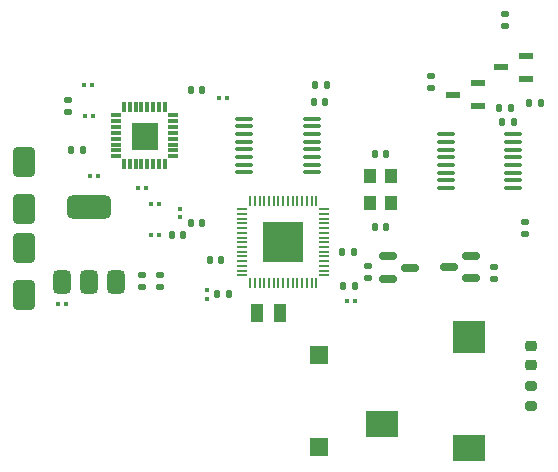
<source format=gbr>
%TF.GenerationSoftware,KiCad,Pcbnew,9.0.7*%
%TF.CreationDate,2026-01-18T11:35:40-05:00*%
%TF.ProjectId,digirig_icom,64696769-7269-4675-9f69-636f6d2e6b69,rev?*%
%TF.SameCoordinates,Original*%
%TF.FileFunction,Paste,Top*%
%TF.FilePolarity,Positive*%
%FSLAX46Y46*%
G04 Gerber Fmt 4.6, Leading zero omitted, Abs format (unit mm)*
G04 Created by KiCad (PCBNEW 9.0.7) date 2026-01-18 11:35:40*
%MOMM*%
%LPD*%
G01*
G04 APERTURE LIST*
G04 Aperture macros list*
%AMRoundRect*
0 Rectangle with rounded corners*
0 $1 Rounding radius*
0 $2 $3 $4 $5 $6 $7 $8 $9 X,Y pos of 4 corners*
0 Add a 4 corners polygon primitive as box body*
4,1,4,$2,$3,$4,$5,$6,$7,$8,$9,$2,$3,0*
0 Add four circle primitives for the rounded corners*
1,1,$1+$1,$2,$3*
1,1,$1+$1,$4,$5*
1,1,$1+$1,$6,$7*
1,1,$1+$1,$8,$9*
0 Add four rect primitives between the rounded corners*
20,1,$1+$1,$2,$3,$4,$5,0*
20,1,$1+$1,$4,$5,$6,$7,0*
20,1,$1+$1,$6,$7,$8,$9,0*
20,1,$1+$1,$8,$9,$2,$3,0*%
G04 Aperture macros list end*
%ADD10C,0.010000*%
%ADD11RoundRect,0.079500X-0.079500X-0.100500X0.079500X-0.100500X0.079500X0.100500X-0.079500X0.100500X0*%
%ADD12RoundRect,0.140000X-0.140000X-0.170000X0.140000X-0.170000X0.140000X0.170000X-0.140000X0.170000X0*%
%ADD13RoundRect,0.100000X-0.637500X-0.100000X0.637500X-0.100000X0.637500X0.100000X-0.637500X0.100000X0*%
%ADD14RoundRect,0.079500X0.100500X-0.079500X0.100500X0.079500X-0.100500X0.079500X-0.100500X-0.079500X0*%
%ADD15RoundRect,0.140000X0.140000X0.170000X-0.140000X0.170000X-0.140000X-0.170000X0.140000X-0.170000X0*%
%ADD16RoundRect,0.135000X-0.185000X0.135000X-0.185000X-0.135000X0.185000X-0.135000X0.185000X0.135000X0*%
%ADD17RoundRect,0.135000X0.185000X-0.135000X0.185000X0.135000X-0.185000X0.135000X-0.185000X-0.135000X0*%
%ADD18RoundRect,0.135000X0.135000X0.185000X-0.135000X0.185000X-0.135000X-0.185000X0.135000X-0.185000X0*%
%ADD19R,2.800000X2.200000*%
%ADD20R,2.800000X2.800000*%
%ADD21RoundRect,0.250000X-0.650000X1.000000X-0.650000X-1.000000X0.650000X-1.000000X0.650000X1.000000X0*%
%ADD22RoundRect,0.200000X0.275000X-0.200000X0.275000X0.200000X-0.275000X0.200000X-0.275000X-0.200000X0*%
%ADD23RoundRect,0.079500X0.079500X0.100500X-0.079500X0.100500X-0.079500X-0.100500X0.079500X-0.100500X0*%
%ADD24RoundRect,0.375000X0.375000X-0.625000X0.375000X0.625000X-0.375000X0.625000X-0.375000X-0.625000X0*%
%ADD25RoundRect,0.500000X1.400000X-0.500000X1.400000X0.500000X-1.400000X0.500000X-1.400000X-0.500000X0*%
%ADD26R,0.850000X0.200000*%
%ADD27R,0.200000X0.850000*%
%ADD28R,3.450000X3.450000*%
%ADD29RoundRect,0.150000X0.587500X0.150000X-0.587500X0.150000X-0.587500X-0.150000X0.587500X-0.150000X0*%
%ADD30R,1.500000X1.500000*%
%ADD31RoundRect,0.135000X-0.135000X-0.185000X0.135000X-0.185000X0.135000X0.185000X-0.135000X0.185000X0*%
%ADD32RoundRect,0.250000X0.650000X-1.000000X0.650000X1.000000X-0.650000X1.000000X-0.650000X-1.000000X0*%
%ADD33RoundRect,0.033750X0.386250X0.101250X-0.386250X0.101250X-0.386250X-0.101250X0.386250X-0.101250X0*%
%ADD34RoundRect,0.033750X0.101250X0.386250X-0.101250X0.386250X-0.101250X-0.386250X0.101250X-0.386250X0*%
%ADD35R,1.050000X1.300000*%
%ADD36R,1.000000X1.600000*%
%ADD37R,1.300000X0.600000*%
%ADD38RoundRect,0.150000X-0.587500X-0.150000X0.587500X-0.150000X0.587500X0.150000X-0.587500X0.150000X0*%
%ADD39RoundRect,0.218750X0.256250X-0.218750X0.256250X0.218750X-0.256250X0.218750X-0.256250X-0.218750X0*%
G04 APERTURE END LIST*
D10*
%TO.C,U1*%
X26290000Y-38265000D02*
X24110000Y-38265000D01*
X24110000Y-36085000D01*
X26290000Y-36085000D01*
X26290000Y-38265000D01*
G36*
X26290000Y-38265000D02*
G01*
X24110000Y-38265000D01*
X24110000Y-36085000D01*
X26290000Y-36085000D01*
X26290000Y-38265000D01*
G37*
%TD*%
D11*
%TO.C,C19*%
X17855000Y-51400000D03*
X18545000Y-51400000D03*
%TD*%
%TO.C,C14*%
X24655000Y-41600000D03*
X25345000Y-41600000D03*
%TD*%
D12*
%TO.C,C9*%
X39540000Y-34300000D03*
X40500000Y-34300000D03*
%TD*%
D13*
%TO.C,U3*%
X33637500Y-35725000D03*
X33637500Y-36375000D03*
X33637500Y-37025000D03*
X33637500Y-37675000D03*
X33637500Y-38325000D03*
X33637500Y-38975000D03*
X33637500Y-39625000D03*
X33637500Y-40275000D03*
X39362500Y-40275000D03*
X39362500Y-39625000D03*
X39362500Y-38975000D03*
X39362500Y-38325000D03*
X39362500Y-37675000D03*
X39362500Y-37025000D03*
X39362500Y-36375000D03*
X39362500Y-35725000D03*
%TD*%
D14*
%TO.C,C2*%
X28200000Y-44100000D03*
X28200000Y-43410000D03*
%TD*%
D15*
%TO.C,C6*%
X28500000Y-45600000D03*
X27540000Y-45600000D03*
%TD*%
D11*
%TO.C,C1*%
X42355000Y-51200000D03*
X43045000Y-51200000D03*
%TD*%
D16*
%TO.C,R9*%
X18700000Y-34190000D03*
X18700000Y-35210000D03*
%TD*%
D17*
%TO.C,R14*%
X54800000Y-49320000D03*
X54800000Y-48300000D03*
%TD*%
%TO.C,R6*%
X44100000Y-49220000D03*
X44100000Y-48200000D03*
%TD*%
D18*
%TO.C,R10*%
X20020000Y-38400000D03*
X19000000Y-38400000D03*
%TD*%
D19*
%TO.C,CON2*%
X52700000Y-63600000D03*
D20*
X52700000Y-54200000D03*
D19*
X45300000Y-61600000D03*
%TD*%
D11*
%TO.C,C16*%
X31510000Y-34000000D03*
X32200000Y-34000000D03*
%TD*%
D13*
%TO.C,U2*%
X50700000Y-37050000D03*
X50700000Y-37700000D03*
X50700000Y-38350000D03*
X50700000Y-39000000D03*
X50700000Y-39650000D03*
X50700000Y-40300000D03*
X50700000Y-40950000D03*
X50700000Y-41600000D03*
X56425000Y-41600000D03*
X56425000Y-40950000D03*
X56425000Y-40300000D03*
X56425000Y-39650000D03*
X56425000Y-39000000D03*
X56425000Y-38350000D03*
X56425000Y-37700000D03*
X56425000Y-37050000D03*
%TD*%
D21*
%TO.C,D1*%
X15000000Y-46700000D03*
X15000000Y-50700000D03*
%TD*%
D22*
%TO.C,R15*%
X57900000Y-60025000D03*
X57900000Y-58375000D03*
%TD*%
D15*
%TO.C,C11*%
X56460000Y-36000000D03*
X55500000Y-36000000D03*
%TD*%
D17*
%TO.C,R2*%
X55700000Y-27910000D03*
X55700000Y-26890000D03*
%TD*%
D23*
%TO.C,C13*%
X21265000Y-40600000D03*
X20575000Y-40600000D03*
%TD*%
D24*
%TO.C,U4*%
X18200000Y-49550000D03*
X20500000Y-49550000D03*
D25*
X20500000Y-43250000D03*
D24*
X22800000Y-49550000D03*
%TD*%
D15*
%TO.C,C4*%
X30080000Y-44600000D03*
X29120000Y-44600000D03*
%TD*%
D26*
%TO.C,IC1*%
X40400000Y-49000000D03*
X40400000Y-48600000D03*
X40400000Y-48200000D03*
X40400000Y-47800000D03*
X40400000Y-47400000D03*
X40400000Y-47000000D03*
X40400000Y-46600000D03*
X40400000Y-46200000D03*
X40400000Y-45800000D03*
X40400000Y-45400000D03*
X40400000Y-45000000D03*
X40400000Y-44600000D03*
X40400000Y-44200000D03*
X40400000Y-43800000D03*
X40400000Y-43400000D03*
D27*
X39750000Y-42750000D03*
X39350000Y-42750000D03*
X38950000Y-42750000D03*
X38550000Y-42750000D03*
X38150000Y-42750000D03*
X37750000Y-42750000D03*
X37350000Y-42750000D03*
X36950000Y-42750000D03*
X36550000Y-42750000D03*
X36150000Y-42750000D03*
X35750000Y-42750000D03*
X35350000Y-42750000D03*
X34950000Y-42750000D03*
X34550000Y-42750000D03*
X34150000Y-42750000D03*
D26*
X33500000Y-43400000D03*
X33500000Y-43800000D03*
X33500000Y-44200000D03*
X33500000Y-44600000D03*
X33500000Y-45000000D03*
X33500000Y-45400000D03*
X33500000Y-45800000D03*
X33500000Y-46200000D03*
X33500000Y-46600000D03*
X33500000Y-47000000D03*
X33500000Y-47400000D03*
X33500000Y-47800000D03*
X33500000Y-48200000D03*
X33500000Y-48600000D03*
X33500000Y-49000000D03*
D27*
X34150000Y-49650000D03*
X34550000Y-49650000D03*
X34950000Y-49650000D03*
X35350000Y-49650000D03*
X35750000Y-49650000D03*
X36150000Y-49650000D03*
X36550000Y-49650000D03*
X36950000Y-49650000D03*
X37350000Y-49650000D03*
X37750000Y-49650000D03*
X38150000Y-49650000D03*
X38550000Y-49650000D03*
X38950000Y-49650000D03*
X39350000Y-49650000D03*
X39750000Y-49650000D03*
D28*
X36950000Y-46200000D03*
%TD*%
D18*
%TO.C,R13*%
X42910000Y-47000000D03*
X41890000Y-47000000D03*
%TD*%
D29*
%TO.C,Q3*%
X52837500Y-49250000D03*
X52837500Y-47350000D03*
X50962500Y-48300000D03*
%TD*%
D16*
%TO.C,R5*%
X57400000Y-44500000D03*
X57400000Y-45520000D03*
%TD*%
D30*
%TO.C,SW1*%
X40000000Y-55750000D03*
X40000000Y-63550000D03*
%TD*%
D16*
%TO.C,R12*%
X25000000Y-48990000D03*
X25000000Y-50010000D03*
%TD*%
D31*
%TO.C,R7*%
X39680000Y-32900000D03*
X40700000Y-32900000D03*
%TD*%
D32*
%TO.C,D2*%
X15000000Y-43400000D03*
X15000000Y-39400000D03*
%TD*%
D18*
%TO.C,R1*%
X32400000Y-50600000D03*
X31380000Y-50600000D03*
%TD*%
D33*
%TO.C,U1*%
X27635000Y-38925000D03*
X27635000Y-38425000D03*
X27635000Y-37925000D03*
X27635000Y-37425000D03*
X27635000Y-36925000D03*
X27635000Y-36425000D03*
X27635000Y-35925000D03*
X27635000Y-35425000D03*
D34*
X26950000Y-34740000D03*
X26450000Y-34740000D03*
X25950000Y-34740000D03*
X25450000Y-34740000D03*
X24950000Y-34740000D03*
X24450000Y-34740000D03*
X23950000Y-34740000D03*
X23450000Y-34740000D03*
D33*
X22765000Y-35425000D03*
X22765000Y-35925000D03*
X22765000Y-36425000D03*
X22765000Y-36925000D03*
X22765000Y-37425000D03*
X22765000Y-37925000D03*
X22765000Y-38425000D03*
X22765000Y-38925000D03*
D34*
X23450000Y-39610000D03*
X23950000Y-39610000D03*
X24450000Y-39610000D03*
X24950000Y-39610000D03*
X25450000Y-39610000D03*
X25950000Y-39610000D03*
X26450000Y-39610000D03*
X26950000Y-39610000D03*
%TD*%
D12*
%TO.C,C21*%
X30720000Y-47700000D03*
X31680000Y-47700000D03*
%TD*%
D11*
%TO.C,C15*%
X20135000Y-35500000D03*
X20825000Y-35500000D03*
%TD*%
D16*
%TO.C,R11*%
X26500000Y-48990000D03*
X26500000Y-50010000D03*
%TD*%
D14*
%TO.C,C3*%
X30500000Y-50965000D03*
X30500000Y-50275000D03*
%TD*%
D18*
%TO.C,R4*%
X58820000Y-34400000D03*
X57800000Y-34400000D03*
%TD*%
D35*
%TO.C,Y1*%
X46040000Y-42850000D03*
X46040000Y-40550000D03*
X44290000Y-40550000D03*
X44290000Y-42850000D03*
%TD*%
D18*
%TO.C,R3*%
X56220000Y-34800000D03*
X55200000Y-34800000D03*
%TD*%
D12*
%TO.C,C20*%
X29120000Y-33300000D03*
X30080000Y-33300000D03*
%TD*%
D23*
%TO.C,C17*%
X20745000Y-32900000D03*
X20055000Y-32900000D03*
%TD*%
%TO.C,C12*%
X26445000Y-43000000D03*
X25755000Y-43000000D03*
%TD*%
D16*
%TO.C,R8*%
X49500000Y-32090000D03*
X49500000Y-33110000D03*
%TD*%
D36*
%TO.C,L1*%
X34700000Y-52200000D03*
X36700000Y-52200000D03*
%TD*%
D12*
%TO.C,C8*%
X44700000Y-38700000D03*
X45660000Y-38700000D03*
%TD*%
D37*
%TO.C,Q1*%
X53450000Y-34650000D03*
X53450000Y-32750000D03*
X51350000Y-33700000D03*
%TD*%
D12*
%TO.C,C5*%
X42040000Y-49900000D03*
X43000000Y-49900000D03*
%TD*%
D15*
%TO.C,C10*%
X45680000Y-44900000D03*
X44720000Y-44900000D03*
%TD*%
D37*
%TO.C,Q2*%
X57500000Y-32350000D03*
X57500000Y-30450000D03*
X55400000Y-31400000D03*
%TD*%
D38*
%TO.C,Q4*%
X45800000Y-47400000D03*
X45800000Y-49300000D03*
X47675000Y-48350000D03*
%TD*%
D39*
%TO.C,D3*%
X57900000Y-56587500D03*
X57900000Y-55012500D03*
%TD*%
D11*
%TO.C,C18*%
X25775000Y-45600000D03*
X26465000Y-45600000D03*
%TD*%
M02*

</source>
